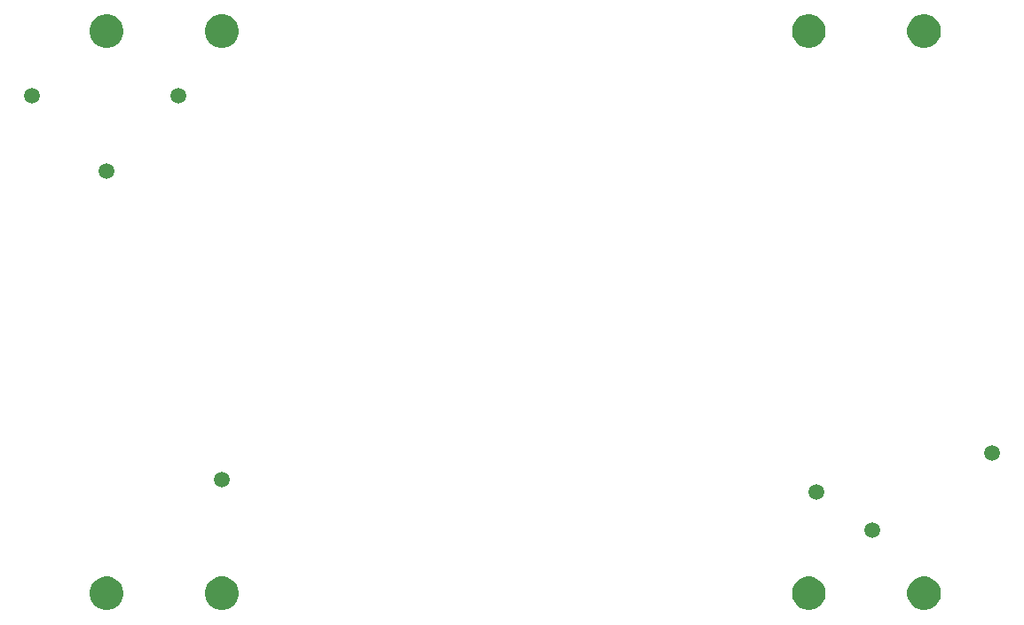
<source format=gbr>
%TF.GenerationSoftware,Altium Limited,Altium Designer,22.9.1 (49)*%
G04 Layer_Color=0*
%FSLAX45Y45*%
%MOMM*%
%TF.SameCoordinates,925A93EA-3B44-44BF-AA41-ED200E7300F1*%
%TF.FilePolarity,Positive*%
%TF.FileFunction,NonPlated,1,4,NPTH,Drill*%
%TF.Part,Single*%
G01*
G75*
%TA.AperFunction,ComponentDrill*%
%ADD99C,1.50000*%
%ADD100C,1.50000*%
G36*
X8640635Y5769927D02*
X8640635Y5754168D01*
X8646784Y5723256D01*
X8658845Y5694138D01*
X8676355Y5667933D01*
X8698641Y5645647D01*
X8724847Y5628137D01*
X8753965Y5616075D01*
X8784877Y5609927D01*
X8800635Y5609927D01*
X8816394Y5609927D01*
X8847305Y5616075D01*
X8876423Y5628137D01*
X8902629Y5645647D01*
X8924915Y5667933D01*
X8942425Y5694138D01*
X8954486Y5723256D01*
X8960635Y5754168D01*
X8960635Y5769927D01*
X8960635Y5785685D01*
X8954486Y5816597D01*
X8942425Y5845715D01*
X8924915Y5871921D01*
X8902629Y5894207D01*
X8876423Y5911717D01*
X8847305Y5923778D01*
X8816394Y5929927D01*
X8800635Y5929927D01*
X8784877Y5929927D01*
X8753965Y5923778D01*
X8724847Y5911717D01*
X8698641Y5894207D01*
X8676355Y5871921D01*
X8658845Y5845715D01*
X8646784Y5816597D01*
X8640635Y5785685D01*
X8640635Y5769927D01*
X8640635Y5769927D01*
X8640635Y5769927D02*
G37*
G36*
X7540635Y5769927D02*
X7540635Y5754168D01*
X7546784Y5723256D01*
X7558845Y5694138D01*
X7576355Y5667933D01*
X7598641Y5645647D01*
X7624847Y5628137D01*
X7653965Y5616075D01*
X7684876Y5609927D01*
X7700635Y5609927D01*
X7716394Y5609927D01*
X7747305Y5616075D01*
X7776423Y5628137D01*
X7802629Y5645647D01*
X7824915Y5667933D01*
X7842425Y5694138D01*
X7854486Y5723256D01*
X7860635Y5754168D01*
X7860635Y5769927D01*
X7860635Y5785685D01*
X7854486Y5816597D01*
X7842425Y5845715D01*
X7824915Y5871921D01*
X7802629Y5894207D01*
X7776423Y5911717D01*
X7747305Y5923778D01*
X7716394Y5929927D01*
X7700635Y5929927D01*
X7684876Y5929927D01*
X7653965Y5923778D01*
X7624847Y5911717D01*
X7598641Y5894207D01*
X7576355Y5871921D01*
X7558845Y5845715D01*
X7546784Y5816597D01*
X7540635Y5785685D01*
X7540635Y5769927D01*
X7540635Y5769927D01*
X7540635Y5769927D02*
G37*
G36*
X8640635Y400635D02*
X8640635Y384876D01*
X8646784Y353964D01*
X8658845Y324846D01*
X8676355Y298641D01*
X8698641Y276355D01*
X8724847Y258845D01*
X8753965Y246784D01*
X8784877Y240635D01*
X8800635Y240635D01*
X8816394Y240635D01*
X8847305Y246784D01*
X8876423Y258845D01*
X8902629Y276355D01*
X8924915Y298641D01*
X8942425Y324846D01*
X8954486Y353964D01*
X8960635Y384876D01*
X8960635Y400635D01*
X8960635Y416393D01*
X8954486Y447305D01*
X8942425Y476423D01*
X8924915Y502629D01*
X8902629Y524915D01*
X8876423Y542425D01*
X8847305Y554486D01*
X8816394Y560635D01*
X8800635Y560635D01*
X8784877Y560635D01*
X8753965Y554486D01*
X8724847Y542425D01*
X8698641Y524915D01*
X8676355Y502629D01*
X8658845Y476423D01*
X8646784Y447305D01*
X8640635Y416393D01*
X8640635Y400635D01*
X8640635Y400635D01*
X8640635Y400635D02*
G37*
G36*
X7540635Y400635D02*
X7540635Y384876D01*
X7546784Y353964D01*
X7558845Y324846D01*
X7576355Y298641D01*
X7598641Y276355D01*
X7624847Y258845D01*
X7653965Y246784D01*
X7684876Y240635D01*
X7700635Y240635D01*
X7716394Y240635D01*
X7747305Y246784D01*
X7776423Y258845D01*
X7802629Y276355D01*
X7824915Y298641D01*
X7842425Y324846D01*
X7854486Y353964D01*
X7860635Y384876D01*
X7860635Y400635D01*
X7860635Y416393D01*
X7854486Y447305D01*
X7842425Y476423D01*
X7824915Y502629D01*
X7802629Y524915D01*
X7776423Y542425D01*
X7747305Y554486D01*
X7716394Y560635D01*
X7700635Y560635D01*
X7684876Y560635D01*
X7653965Y554486D01*
X7624847Y542425D01*
X7598641Y524915D01*
X7576355Y502629D01*
X7558845Y476423D01*
X7546784Y447305D01*
X7540635Y416393D01*
X7540635Y400635D01*
X7540635Y400635D01*
X7540635Y400635D02*
G37*
G36*
X7540635Y400635D02*
X7540635Y384876D01*
X7546784Y353964D01*
X7558845Y324846D01*
X7576355Y298641D01*
X7598641Y276355D01*
X7624847Y258845D01*
X7653965Y246784D01*
X7684876Y240635D01*
X7700635Y240635D01*
X7716394Y240635D01*
X7747305Y246784D01*
X7776423Y258845D01*
X7802629Y276355D01*
X7824915Y298641D01*
X7842425Y324846D01*
X7854486Y353964D01*
X7860635Y384876D01*
X7860635Y400635D01*
X7860635Y416393D01*
X7854486Y447305D01*
X7842425Y476423D01*
X7824915Y502629D01*
X7802629Y524915D01*
X7776423Y542425D01*
X7747305Y554486D01*
X7716394Y560635D01*
X7700635Y560635D01*
X7684876Y560635D01*
X7653965Y554486D01*
X7624847Y542425D01*
X7598641Y524915D01*
X7576355Y502629D01*
X7558845Y476423D01*
X7546784Y447305D01*
X7540635Y416393D01*
X7540635Y400635D01*
X7540635Y400635D01*
X7540635Y400635D02*
G37*
G36*
X1000635Y5609927D02*
X984876Y5609927D01*
X953965Y5616075D01*
X924847Y5628137D01*
X898641Y5645647D01*
X876355Y5667933D01*
X858845Y5694138D01*
X846784Y5723256D01*
X840635Y5754168D01*
X840635Y5769927D01*
X840635Y5785685D01*
X846784Y5816597D01*
X858845Y5845715D01*
X876355Y5871921D01*
X898641Y5894207D01*
X924847Y5911717D01*
X953965Y5923778D01*
X984876Y5929927D01*
X1000635Y5929927D01*
X1016393Y5929927D01*
X1047305Y5923778D01*
X1076423Y5911717D01*
X1102629Y5894207D01*
X1124915Y5871921D01*
X1142425Y5845715D01*
X1154486Y5816597D01*
X1160635Y5785685D01*
X1160635Y5769927D01*
X1160635Y5754168D01*
X1154486Y5723256D01*
X1142425Y5694138D01*
X1124915Y5667933D01*
X1102629Y5645647D01*
X1076423Y5628137D01*
X1047305Y5616075D01*
X1016393Y5609927D01*
X1000635Y5609927D01*
X1000635Y5609927D01*
X1000635Y5609927D02*
G37*
G36*
X2100635Y5609927D02*
X2084876Y5609927D01*
X2053965Y5616075D01*
X2024847Y5628137D01*
X1998641Y5645647D01*
X1976355Y5667933D01*
X1958845Y5694138D01*
X1946784Y5723256D01*
X1940635Y5754168D01*
X1940635Y5769927D01*
X1940635Y5785685D01*
X1946784Y5816597D01*
X1958845Y5845715D01*
X1976355Y5871921D01*
X1998641Y5894207D01*
X2024847Y5911717D01*
X2053965Y5923778D01*
X2084876Y5929927D01*
X2100635Y5929927D01*
X2116394Y5929927D01*
X2147305Y5923778D01*
X2176423Y5911717D01*
X2202629Y5894207D01*
X2224915Y5871921D01*
X2242425Y5845715D01*
X2254486Y5816597D01*
X2260635Y5785685D01*
X2260635Y5769927D01*
X2260635Y5754168D01*
X2254486Y5723256D01*
X2242425Y5694138D01*
X2224915Y5667933D01*
X2202629Y5645647D01*
X2176423Y5628137D01*
X2147305Y5616075D01*
X2116394Y5609927D01*
X2100635Y5609927D01*
X2100635Y5609927D01*
X2100635Y5609927D02*
G37*
G36*
X1940635Y400635D02*
X1940635Y384876D01*
X1946784Y353964D01*
X1958845Y324846D01*
X1976355Y298641D01*
X1998641Y276355D01*
X2024847Y258845D01*
X2053965Y246784D01*
X2084876Y240635D01*
X2100635Y240635D01*
X2116394Y240635D01*
X2147305Y246784D01*
X2176423Y258845D01*
X2202629Y276355D01*
X2224915Y298641D01*
X2242425Y324846D01*
X2254486Y353964D01*
X2260635Y384876D01*
X2260635Y400635D01*
X2260635Y416393D01*
X2254486Y447305D01*
X2242425Y476423D01*
X2224915Y502629D01*
X2202629Y524915D01*
X2176423Y542425D01*
X2147305Y554486D01*
X2116394Y560635D01*
X2100635Y560635D01*
X2084876Y560635D01*
X2053965Y554486D01*
X2024847Y542425D01*
X1998641Y524915D01*
X1976355Y502629D01*
X1958845Y476423D01*
X1946784Y447305D01*
X1940635Y416393D01*
X1940635Y400635D01*
X1940635Y400635D01*
X1940635Y400635D02*
G37*
G36*
X840635Y400635D02*
X840635Y384876D01*
X846784Y353964D01*
X858845Y324846D01*
X876355Y298641D01*
X898641Y276355D01*
X924847Y258845D01*
X953965Y246784D01*
X984876Y240635D01*
X1000635Y240635D01*
X1016393Y240635D01*
X1047305Y246784D01*
X1076423Y258845D01*
X1102629Y276355D01*
X1124915Y298641D01*
X1142425Y324846D01*
X1154486Y353964D01*
X1160635Y384876D01*
X1160635Y400635D01*
X1160635Y416393D01*
X1154486Y447305D01*
X1142425Y476423D01*
X1124915Y502629D01*
X1102629Y524915D01*
X1076423Y542425D01*
X1047305Y554486D01*
X1016393Y560635D01*
X1000635Y560635D01*
X984876Y560635D01*
X953965Y554486D01*
X924847Y542425D01*
X898641Y524915D01*
X876355Y502629D01*
X858845Y476423D01*
X846784Y447305D01*
X840635Y416393D01*
X840635Y400635D01*
X840635Y400635D01*
X840635Y400635D02*
G37*
D99*
X1003000Y4430700D02*
D03*
X291800Y5154600D02*
D03*
X1688800Y5154600D02*
D03*
X8305500Y1005500D02*
D03*
D100*
X9451000Y1740200D02*
D03*
X7774600Y1371900D02*
D03*
X2102900Y1484600D02*
D03*
%TF.MD5,9a9f8c478f8b6dd50e50d54f4e359fa3*%
M02*

</source>
